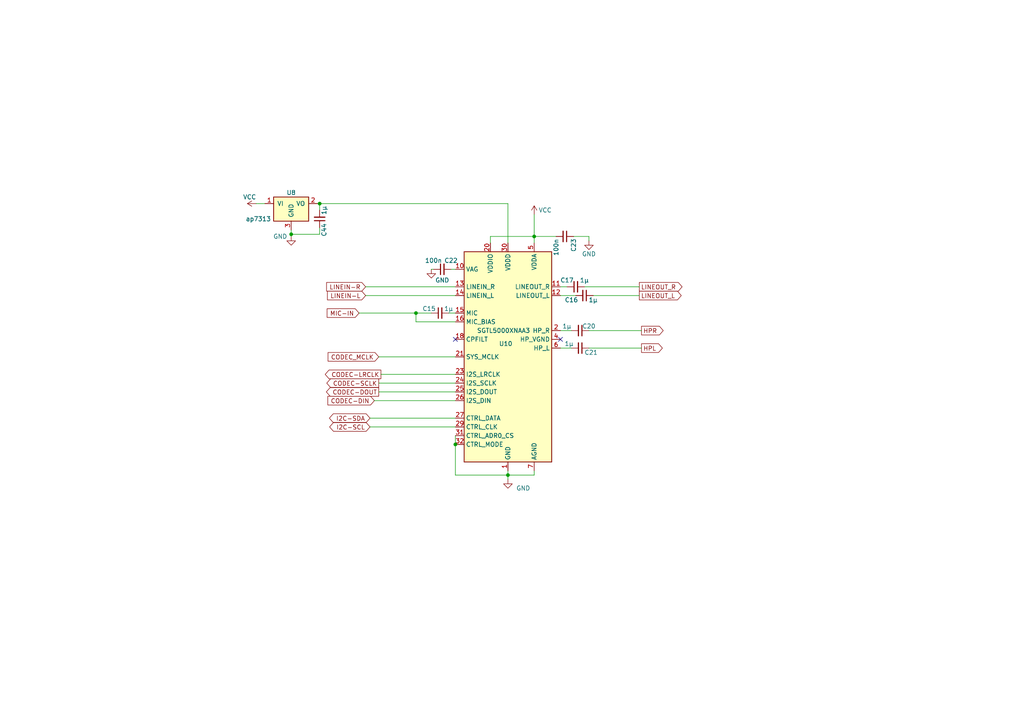
<source format=kicad_sch>
(kicad_sch (version 20230121) (generator eeschema)
  (paper "A4")
  (title_block (title "HF IQ Transceiver PiggyBack for Pi (not a hat)") (date "2024-01-21") (rev "2.0-1") (company "AE0GL: Mario P. Vano") (comment 1 "Sheet 1: Power Supplies, Headset and GPIO"))
  (lib_symbols
    (symbol "Audio:SGTL5000XNAA3"
      (property "Reference" "U" (at 0 0 0))
      (property "Value" "SGTL5000XNAA3" (at -7.62 -31.75 0))
      (symbol "SGTL5000XNAA3_0_1"
        (rectangle (start -12.7 30.48) (end 12.7 -30.48) (stroke (width 0.254)) (fill (type background)))
      )
      (symbol "SGTL5000XNAA3_1_1"
        (pin power_in line (at 0 -33.02 90) (length 2.54) (name "GND") (number "1"))
        (pin passive line (at -15.24 25.4 0) (length 2.54) (name "VAG") (number "10"))
        (pin output line (at 15.24 20.32 180) (length 2.54) (name "LINEOUT_R") (number "11"))
        (pin output line (at 15.24 17.78 180) (length 2.54) (name "LINEOUT_L") (number "12"))
        (pin input line (at -15.24 20.32 0) (length 2.54) (name "LINEIN_R") (number "13"))
        (pin input line (at -15.24 17.78 0) (length 2.54) (name "LINEIN_L") (number "14"))
        (pin input line (at -15.24 12.7 0) (length 2.54) (name "MIC") (number "15"))
        (pin input line (at -15.24 10.16 0) (length 2.54) (name "MIC_BIAS") (number "16"))
        (pin no_connect line (at 10.16 -20.32 0) (length 2.54) hide (name "NC") (number "17"))
        (pin input line (at -15.24 5.08 0) (length 2.54) (name "CPFILT") (number "18"))
        (pin no_connect line (at 10.16 -2.54 0) (length 2.54) hide (name "NC") (number "19"))
        (pin output line (at 15.24 7.62 180) (length 2.54) (name "HP_R") (number "2"))
        (pin power_in line (at -5.08 33.02 270) (length 2.54) (name "VDDIO") (number "20"))
        (pin input line (at -15.24 0 0) (length 2.54) (name "SYS_MCLK") (number "21"))
        (pin no_connect line (at 10.16 -5.08 0) (length 2.54) hide (name "NC") (number "22"))
        (pin input line (at -15.24 -5.08 0) (length 2.54) (name "I2S_LRCLK") (number "23"))
        (pin input line (at -15.24 -7.62 0) (length 2.54) (name "I2S_SCLK") (number "24"))
        (pin output line (at -15.24 -10.16 0) (length 2.54) (name "I2S_DOUT") (number "25"))
        (pin input line (at -15.24 -12.7 0) (length 2.54) (name "I2S_DIN") (number "26"))
        (pin input line (at -15.24 -17.78 0) (length 2.54) (name "CTRL_DATA") (number "27"))
        (pin no_connect line (at 10.16 -7.62 0) (length 2.54) hide (name "NC") (number "28"))
        (pin input line (at -15.24 -20.32 0) (length 2.54) (name "CTRL_CLK") (number "29"))
        (pin passive line (at 0 -33.02 90) (length 2.54) hide (name "GND") (number "3"))
        (pin power_in line (at 0 33.02 270) (length 2.54) (name "VDDD") (number "30"))
        (pin input line (at -15.24 -22.86 0) (length 2.54) (name "CTRL_ADR0_CS") (number "31"))
        (pin input line (at -15.24 -25.4 0) (length 2.54) (name "CTRL_MODE") (number "32"))
        (pin passive line (at 0 -33.02 90) (length 2.54) hide (name "GND") (number "33"))
        (pin power_out line (at 15.24 5.08 180) (length 2.54) (name "HP_VGND") (number "4"))
        (pin power_in line (at 7.62 33.02 270) (length 2.54) (name "VDDA") (number "5"))
        (pin output line (at 15.24 2.54 180) (length 2.54) (name "HP_L") (number "6"))
        (pin power_in line (at 7.62 -33.02 90) (length 2.54) (name "AGND") (number "7"))
        (pin no_connect line (at 10.16 -15.24 0) (length 2.54) hide (name "NC") (number "8"))
        (pin no_connect line (at 10.16 -17.78 0) (length 2.54) hide (name "NC") (number "9"))
      )
    )
    (symbol "Device:C_Small" (pin_numbers hide) (pin_names (offset 0.254) hide)
      (property "Reference" "C" (at 0.254 1.778 0))
      (property "Value" "C_Small" (at 0.254 -2.032 0))
      (symbol "C_Small_0_1"
        (polyline (pts (xy -1.524 -0.508) (xy 1.524 -0.508)) (stroke (width 0.3302)))
        (polyline (pts (xy -1.524 0.508) (xy 1.524 0.508)) (stroke (width 0.3048)))
      )
      (symbol "C_Small_1_1"
        (pin passive line (at 0 2.54 270) (length 2.032) (name "~") (number "1"))
        (pin passive line (at 0 -2.54 90) (length 2.032) (name "~") (number "2"))
      )
    )
    (symbol "power:GND" (power) (pin_names (offset 0))
      (property "Value" "GND" (at 0 -3.81 0))
      (symbol "GND_0_1"
        (polyline (pts (xy 0 0) (xy 0 -1.27) (xy 1.27 -1.27) (xy 0 -2.54) (xy -1.27 -1.27) (xy 0 -1.27)))
      )
      (symbol "GND_1_1"
        (pin power_in line (at 0 0 270) (length 0) hide (name "GND") (number "1"))
      )
    )
    (symbol "power:VCC" (power) (pin_names (offset 0))
      (property "Value" "VCC" (at 0 3.81 0))
      (symbol "VCC_0_1"
        (polyline (pts (xy -0.762 1.27) (xy 0 2.54)))
        (polyline (pts (xy 0 0) (xy 0 2.54)))
        (polyline (pts (xy 0 2.54) (xy 0.762 1.27)))
      )
      (symbol "VCC_1_1"
        (pin power_in line (at 0 0 90) (length 0) hide (name "VCC") (number "1"))
      )
    )
    (symbol "radiohead-rescue:ap7313-18mpv-Regulator_Linear" (pin_names (offset 1.016))
      (property "Reference" "U" (at 0 0 0))
      (property "Value" "ap7313-18mpv-Regulator_Linear" (at 0 0 0))
      (symbol "ap7313-18mpv-Regulator_Linear_1_1"
        (rectangle (start -5.08 3.175) (end 5.08 -3.81) (stroke (width 0.254)) (fill (type background)))
        (pin power_in line (at -7.62 1.27 0) (length 2.54) (name "VI") (number "1"))
        (pin power_out line (at 7.62 1.27 180) (length 2.54) (name "VO") (number "2"))
        (pin power_in line (at 0 -6.35 90) (length 2.54) (name "GND") (number "3"))
      )
    )
  )
  (junction (at 154.94 68.58))
  (junction (at 92.71 59.055))
  (junction (at 147.32 137.795))
  (junction (at 132.08 128.905))
  (junction (at 84.455 67.945))
  (junction (at 120.65 90.805))
  (no_connect (at 132.08 98.425))
  (no_connect (at 162.56 98.425))
  (wire (pts (xy 154.94 137.795) (xy 154.94 136.525)))
  (wire (pts (xy 162.56 95.885) (xy 165.735 95.885)))
  (wire (pts (xy 130.81 78.105) (xy 132.08 78.105)))
  (wire (pts (xy 162.56 83.185) (xy 164.465 83.185)))
  (wire (pts (xy 120.65 93.345) (xy 132.08 93.345)))
  (wire (pts (xy 132.08 137.795) (xy 147.32 137.795)))
  (wire (pts (xy 92.71 67.945) (xy 84.455 67.945)))
  (wire (pts (xy 108.585 116.205) (xy 132.08 116.205)))
  (wire (pts (xy 172.085 85.725) (xy 185.42 85.725)))
  (wire (pts (xy 74.295 59.055) (xy 76.835 59.055)))
  (wire (pts (xy 120.65 90.805) (xy 120.65 93.345)))
  (wire (pts (xy 132.08 126.365) (xy 132.08 128.905)))
  (wire (pts (xy 110.49 108.585) (xy 132.08 108.585)))
  (wire (pts (xy 170.815 95.885) (xy 186.055 95.885)))
  (wire (pts (xy 154.94 68.58) (xy 161.29 68.58)))
  (wire (pts (xy 84.455 67.945) (xy 84.455 66.675)))
  (wire (pts (xy 109.855 111.125) (xy 132.08 111.125)))
  (wire (pts (xy 132.08 128.905) (xy 132.08 137.795)))
  (wire (pts (xy 147.32 59.055) (xy 147.32 70.485)))
  (wire (pts (xy 106.045 85.725) (xy 132.08 85.725)))
  (wire (pts (xy 125.095 78.105) (xy 125.73 78.105)))
  (wire (pts (xy 109.855 103.505) (xy 132.08 103.505)))
  (wire (pts (xy 147.32 137.795) (xy 147.32 139.065)))
  (wire (pts (xy 170.815 100.965) (xy 186.055 100.965)))
  (wire (pts (xy 107.315 121.285) (xy 132.08 121.285)))
  (wire (pts (xy 154.94 68.58) (xy 154.94 62.23)))
  (wire (pts (xy 120.65 90.805) (xy 125.095 90.805)))
  (wire (pts (xy 147.32 137.795) (xy 147.32 136.525)))
  (wire (pts (xy 104.14 90.805) (xy 120.65 90.805)))
  (wire (pts (xy 92.075 59.055) (xy 92.71 59.055)))
  (wire (pts (xy 92.71 67.945) (xy 92.71 66.04)))
  (wire (pts (xy 106.045 83.185) (xy 132.08 83.185)))
  (wire (pts (xy 109.855 113.665) (xy 132.08 113.665)))
  (wire (pts (xy 142.24 68.58) (xy 142.24 70.485)))
  (wire (pts (xy 170.815 68.58) (xy 170.815 69.85)))
  (wire (pts (xy 166.37 68.58) (xy 170.815 68.58)))
  (wire (pts (xy 84.455 67.945) (xy 84.455 68.58)))
  (wire (pts (xy 92.71 60.96) (xy 92.71 59.055)))
  (wire (pts (xy 162.56 100.965) (xy 165.735 100.965)))
  (wire (pts (xy 147.32 137.795) (xy 154.94 137.795)))
  (wire (pts (xy 162.56 85.725) (xy 167.005 85.725)))
  (wire (pts (xy 92.71 59.055) (xy 147.32 59.055)))
  (wire (pts (xy 142.24 68.58) (xy 154.94 68.58)))
  (wire (pts (xy 154.94 68.58) (xy 154.94 70.485)))
  (wire (pts (xy 169.545 83.185) (xy 185.42 83.185)))
  (wire (pts (xy 130.175 90.805) (xy 132.08 90.805)))
  (wire (pts (xy 132.08 123.825) (xy 107.315 123.825)))
  (global_label "LINEOUT_L" (shape output) (at 185.42 85.725 0) (property "Intersheetrefs" "${INTERSHEET_REFS}" (effects hide)))
  (global_label "LINEOUT_R" (shape output) (at 185.42 83.185 0) (property "Intersheetrefs" "${INTERSHEET_REFS}" (effects hide)))
  (global_label "HPL" (shape output) (at 186.055 100.965 0) (property "Intersheetrefs" "${INTERSHEET_REFS}" (effects hide)))
  (global_label "I2C-SCL" (shape bidirectional) (at 107.315 123.825 180) (property "Intersheetrefs" "${INTERSHEET_REFS}" (effects hide)))
  (global_label "CODEC-SCLK" (shape output) (at 109.855 111.125 180) (property "Intersheetrefs" "${INTERSHEET_REFS}" (effects hide)))
  (global_label "I2C-SDA" (shape bidirectional) (at 107.315 121.285 180) (property "Intersheetrefs" "${INTERSHEET_REFS}" (effects hide)))
  (global_label "CODEC-LRCLK" (shape output) (at 110.49 108.585 180) (property "Intersheetrefs" "${INTERSHEET_REFS}" (effects hide)))
  (global_label "CODEC-DOUT" (shape output) (at 109.855 113.665 180) (property "Intersheetrefs" "${INTERSHEET_REFS}" (effects hide)))
  (global_label "CODEC_MCLK" (shape input) (at 109.855 103.505 180) (property "Intersheetrefs" "${INTERSHEET_REFS}" (effects hide)))
  (global_label "LINEIN-R" (shape input) (at 106.045 83.185 180) (property "Intersheetrefs" "${INTERSHEET_REFS}" (effects hide)))
  (global_label "HPR" (shape output) (at 186.055 95.885 0) (property "Intersheetrefs" "${INTERSHEET_REFS}" (effects hide)))
  (global_label "CODEC-DIN" (shape input) (at 108.585 116.205 180) (property "Intersheetrefs" "${INTERSHEET_REFS}" (effects hide)))
  (global_label "LINEIN-L" (shape input) (at 106.045 85.725 180) (property "Intersheetrefs" "${INTERSHEET_REFS}" (effects hide)))
  (global_label "MIC-IN" (shape input) (at 104.14 90.805 180) (property "Intersheetrefs" "${INTERSHEET_REFS}" (effects hide)))
  (symbol (lib_id "Device:C_Small") (at 167.005 83.185 90) (mirror x) (unit 1)
    (property "Reference" "C17" (at 164.465 81.28 90))
    (property "Value" "1µ" (at 169.545 81.28 90))
    (property "Footprint" "Capacitor_SMD:C_0603_1608Metric" (effects hide))
    (property "DigiKey Part Number" "1276-1036-1-ND" (effects hide))
    (property "Manufacturer_Part_Number" "CL10A105KQ8NNNC" (effects hide))
    (property "Description" "CAP CER 1UF 6.3V X5R 0603" (effects hide))
    (property "Manufacturer_Name" "Samsung Electro-Mechanics" (effects hide))
  )
  (symbol (lib_id "Device:C_Small") (at 169.545 85.725 270) (mirror x) (unit 1)
    (property "Reference" "C16" (at 165.735 86.995 90))
    (property "Value" "1µ" (at 172.085 86.995 90))
    (property "Footprint" "Capacitor_SMD:C_0603_1608Metric" (effects hide))
    (property "DigiKey Part Number" "1276-1036-1-ND" (effects hide))
    (property "Manufacturer_Part_Number" "CL10A105KQ8NNNC" (effects hide))
    (property "Description" "CAP CER 1UF 6.3V X5R 0603" (effects hide))
    (property "Manufacturer_Name" "Samsung Electro-Mechanics" (effects hide))
  )
  (symbol (lib_id "Device:C_Small") (at 128.27 78.105 90) (mirror x) (unit 1)
    (property "Reference" "C22" (at 130.81 75.565 90))
    (property "Value" "100n" (at 125.73 75.565 90))
    (property "Footprint" "Capacitor_SMD:C_0603_1608Metric" (effects hide))
    (property "DigiKey Part Number" "1276-1033-1-ND" (effects hide))
    (property "Manufacturer_Part_Number" "CL10B104JB8NNNC" (effects hide))
    (property "Description" "0.1 µF ±5% 50V Ceramic Capacitor X7R 0603 (1608 Metric)" (effects hide))
    (property "Manufacturer_Name" "Samsung Electro-Mechanics" (effects hide))
  )
  (symbol (lib_id "power:VCC") (at 154.94 62.23 0) (unit 1)
    (property "Reference" "#PWR078" (effects hide))
    (property "Value" "VCC" (at 158.115 60.96 0))
  )
  (symbol (lib_id "Device:C_Small") (at 127.635 90.805 90) (mirror x) (unit 1)
    (property "Reference" "C15" (at 124.46 89.535 90))
    (property "Value" "1µ" (at 130.175 89.535 90))
    (property "Footprint" "Capacitor_SMD:C_0603_1608Metric" (effects hide))
    (property "DigiKey Part Number" "1276-1036-1-ND" (effects hide))
    (property "Manufacturer_Part_Number" "CL10A105KQ8NNNC" (effects hide))
    (property "Description" "CAP CER 1UF 6.3V X5R 0603" (effects hide))
    (property "Manufacturer_Name" "Samsung Electro-Mechanics" (effects hide))
  )
  (symbol (lib_id "Device:C_Small") (at 168.275 95.885 270) (mirror x) (unit 1)
    (property "Reference" "C20" (at 170.815 94.615 90))
    (property "Value" "1µ" (at 164.465 94.615 90))
    (property "Footprint" "Capacitor_SMD:C_0603_1608Metric" (effects hide))
    (property "DigiKey Part Number" "1276-1036-1-ND" (effects hide))
    (property "Manufacturer_Part_Number" "CL10A105KQ8NNNC" (effects hide))
    (property "Description" "CAP CER 1UF 6.3V X5R 0603" (effects hide))
    (property "Manufacturer_Name" "Samsung Electro-Mechanics" (effects hide))
  )
  (symbol (lib_id "Device:C_Small") (at 163.83 68.58 270) (mirror x) (unit 1)
    (property "Reference" "C23" (at 166.37 71.12 0))
    (property "Value" "100n" (at 161.29 71.755 0))
    (property "Footprint" "Capacitor_SMD:C_0603_1608Metric" (effects hide))
    (property "DigiKey Part Number" "1276-1033-1-ND" (effects hide))
    (property "Manufacturer_Part_Number" "CL10B104JB8NNNC" (effects hide))
    (property "Description" "0.1 µF ±5% 50V Ceramic Capacitor X7R 0603 (1608 Metric)" (effects hide))
    (property "Manufacturer_Name" "Samsung Electro-Mechanics" (effects hide))
  )
  (symbol (lib_id "power:VCC") (at 74.295 59.055 90) (unit 1)
    (property "Reference" "#PWR010" (effects hide))
    (property "Value" "VCC" (at 72.39 57.15 90))
  )
  (symbol (lib_id "Audio:SGTL5000XNAA3") (at 147.32 103.505 0) (unit 1)
    (property "Reference" "U10" (at 146.685 99.695 0))
    (property "Value" "SGTL5000XNAA3" (at 146.05 95.885 0))
    (property "Footprint" "Package_DFN_QFN:QFN-32-1EP_5x5mm_P0.5mm_EP3.6x3.6mm" (effects hide))
    (property "Datasheet" "https://www.nxp.com/docs/en/data-sheet/SGTL5000.pdf" (effects hide))
    (property "DigiKey Part Number" "SGTL5000XNAA3-ND" (effects hide))
    (property "Description" "IC AUDIO CODEC STEREO 20-QFN" (effects hide))
    (property "Manufacturer_Part_Number" "SGTL5000XNLA3" (effects hide))
    (property "Manufacturer_Name" "NXP USA Inc." (effects hide))
  )
  (symbol (lib_id "power:GND") (at 125.095 78.105 0) (unit 1)
    (property "Reference" "#PWR029" (effects hide))
    (property "Value" "GND" (at 128.27 81.28 0))
  )
  (symbol (lib_id "radiohead-rescue:ap7313-18mpv-Regulator_Linear") (at 84.455 60.325 0) (unit 1)
    (property "Reference" "U8" (at 84.455 55.88 0))
    (property "Value" "ap7313" (at 74.93 63.5 0))
    (property "Footprint" "Package_TO_SOT_SMD:SOT-23-3" (effects hide))
    (property "DigiKey Part Number" "AP7313-18SAG-7DICT-ND" (effects hide))
    (property "Description" "IC REG LINEAR 1.8V 150MA SOT23-3" (effects hide))
    (property "Manufacturer_Name" "Diodes Incorporated" (effects hide))
    (property "Manufacturer_Part_Number" "AP7313-18SAG-7" (effects hide))
  )
  (symbol (lib_id "power:GND") (at 170.815 69.85 0) (unit 1)
    (property "Reference" "#PWR079" (effects hide))
    (property "Value" "GND" (at 170.815 73.66 0))
  )
  (symbol (lib_id "Device:C_Small") (at 92.71 63.5 180) (unit 1)
    (property "Reference" "C44" (at 93.98 66.675 90))
    (property "Value" "1µ" (at 93.98 60.96 90))
    (property "Footprint" "Capacitor_SMD:C_0603_1608Metric" (effects hide))
    (property "DigiKey Part Number" "1276-1036-1-ND" (effects hide))
    (property "Manufacturer_Part_Number" "CL10A105KQ8NNNC" (effects hide))
    (property "Description" "CAP CER 1UF 6.3V X5R 0603" (effects hide))
    (property "Manufacturer_Name" "Samsung Electro-Mechanics" (effects hide))
  )
  (symbol (lib_id "power:GND") (at 147.32 139.065 0) (unit 1)
    (property "Reference" "#PWR050" (effects hide))
    (property "Value" "GND" (at 151.765 141.605 0))
  )
  (symbol (lib_id "Device:C_Small") (at 168.275 100.965 270) (mirror x) (unit 1)
    (property "Reference" "C21" (at 171.45 102.235 90))
    (property "Value" "1µ" (at 165.1 99.695 90))
    (property "Footprint" "Capacitor_SMD:C_0603_1608Metric" (effects hide))
    (property "DigiKey Part Number" "1276-1036-1-ND" (effects hide))
    (property "Manufacturer_Part_Number" "CL10A105KQ8NNNC" (effects hide))
    (property "Description" "CAP CER 1UF 6.3V X5R 0603" (effects hide))
    (property "Manufacturer_Name" "Samsung Electro-Mechanics" (effects hide))
  )
  (symbol (lib_id "power:GND") (at 84.455 68.58 0) (unit 1)
    (property "Reference" "#PWR017" (effects hide))
    (property "Value" "GND" (at 81.28 68.58 0))
  )
)
</source>
